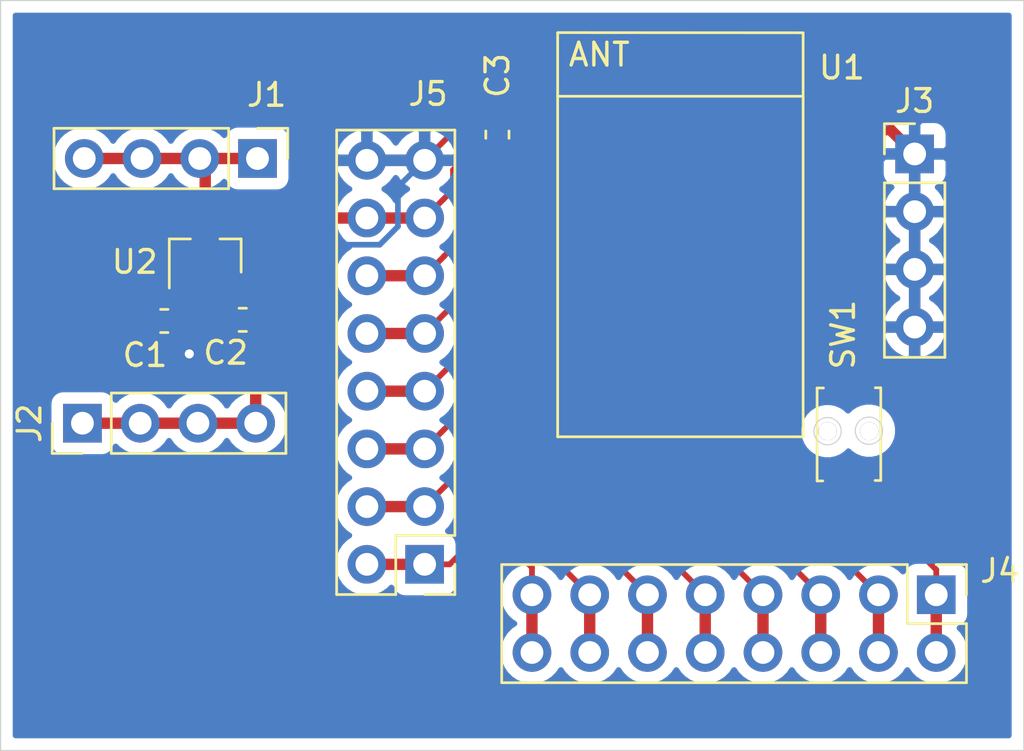
<source format=kicad_pcb>
(kicad_pcb (version 20171130) (host pcbnew "(5.1.5)-3")

  (general
    (thickness 1.6)
    (drawings 6)
    (tracks 145)
    (zones 0)
    (modules 11)
    (nets 19)
  )

  (page A4)
  (layers
    (0 F.Cu signal)
    (31 B.Cu signal)
    (32 B.Adhes user)
    (33 F.Adhes user)
    (34 B.Paste user)
    (35 F.Paste user)
    (36 B.SilkS user)
    (37 F.SilkS user)
    (38 B.Mask user)
    (39 F.Mask user)
    (40 Dwgs.User user)
    (41 Cmts.User user)
    (42 Eco1.User user)
    (43 Eco2.User user)
    (44 Edge.Cuts user)
    (45 Margin user)
    (46 B.CrtYd user)
    (47 F.CrtYd user)
    (48 B.Fab user hide)
    (49 F.Fab user hide)
  )

  (setup
    (last_trace_width 0.25)
    (trace_clearance 0.2)
    (zone_clearance 0.508)
    (zone_45_only no)
    (trace_min 0.2)
    (via_size 0.8)
    (via_drill 0.4)
    (via_min_size 0.4)
    (via_min_drill 0.3)
    (uvia_size 0.3)
    (uvia_drill 0.1)
    (uvias_allowed no)
    (uvia_min_size 0.2)
    (uvia_min_drill 0.1)
    (edge_width 0.05)
    (segment_width 0.2)
    (pcb_text_width 0.3)
    (pcb_text_size 1.5 1.5)
    (mod_edge_width 0.12)
    (mod_text_size 1 1)
    (mod_text_width 0.15)
    (pad_size 1.524 1.524)
    (pad_drill 0.762)
    (pad_to_mask_clearance 0.051)
    (solder_mask_min_width 0.25)
    (aux_axis_origin 0 0)
    (visible_elements 7FFFFFFF)
    (pcbplotparams
      (layerselection 0x010fc_ffffffff)
      (usegerberextensions false)
      (usegerberattributes false)
      (usegerberadvancedattributes false)
      (creategerberjobfile false)
      (excludeedgelayer true)
      (linewidth 0.100000)
      (plotframeref false)
      (viasonmask false)
      (mode 1)
      (useauxorigin false)
      (hpglpennumber 1)
      (hpglpenspeed 20)
      (hpglpendiameter 15.000000)
      (psnegative false)
      (psa4output false)
      (plotreference true)
      (plotvalue true)
      (plotinvisibletext false)
      (padsonsilk false)
      (subtractmaskfromsilk false)
      (outputformat 1)
      (mirror false)
      (drillshape 0)
      (scaleselection 1)
      (outputdirectory "Gerber/"))
  )

  (net 0 "")
  (net 1 5V)
  (net 2 GND)
  (net 3 3V3)
  (net 4 nRESET)
  (net 5 /P3_2)
  (net 6 /P0_7)
  (net 7 UART_TX)
  (net 8 UART_RX)
  (net 9 /P1_7)
  (net 10 /P1_6)
  (net 11 /P1_5)
  (net 12 /P0_0)
  (net 13 EN)
  (net 14 /P0_2)
  (net 15 /P0_3)
  (net 16 /P0_4)
  (net 17 /P1_4)
  (net 18 "Net-(U1-Pad19)")

  (net_class Default "This is the default net class."
    (clearance 0.2)
    (trace_width 0.25)
    (via_dia 0.8)
    (via_drill 0.4)
    (uvia_dia 0.3)
    (uvia_drill 0.1)
    (add_net /P0_0)
    (add_net /P0_2)
    (add_net /P0_3)
    (add_net /P0_4)
    (add_net /P0_7)
    (add_net /P1_4)
    (add_net /P1_5)
    (add_net /P1_6)
    (add_net /P1_7)
    (add_net /P3_2)
    (add_net 3V3)
    (add_net 5V)
    (add_net EN)
    (add_net GND)
    (add_net "Net-(U1-Pad19)")
    (add_net UART_RX)
    (add_net UART_TX)
    (add_net nRESET)
  )

  (module Capacitor_SMD:C_0603_1608Metric (layer F.Cu) (tedit 5B301BBE) (tstamp 5FF249FC)
    (at 105.2 75.6)
    (descr "Capacitor SMD 0603 (1608 Metric), square (rectangular) end terminal, IPC_7351 nominal, (Body size source: http://www.tortai-tech.com/upload/download/2011102023233369053.pdf), generated with kicad-footprint-generator")
    (tags capacitor)
    (path /5FF29866)
    (attr smd)
    (fp_text reference C1 (at -0.85 1.5) (layer F.SilkS)
      (effects (font (size 1 1) (thickness 0.15)))
    )
    (fp_text value 10uF (at 0 1.43) (layer F.Fab)
      (effects (font (size 1 1) (thickness 0.15)))
    )
    (fp_line (start -0.8 0.4) (end -0.8 -0.4) (layer F.Fab) (width 0.1))
    (fp_line (start -0.8 -0.4) (end 0.8 -0.4) (layer F.Fab) (width 0.1))
    (fp_line (start 0.8 -0.4) (end 0.8 0.4) (layer F.Fab) (width 0.1))
    (fp_line (start 0.8 0.4) (end -0.8 0.4) (layer F.Fab) (width 0.1))
    (fp_line (start -0.162779 -0.51) (end 0.162779 -0.51) (layer F.SilkS) (width 0.12))
    (fp_line (start -0.162779 0.51) (end 0.162779 0.51) (layer F.SilkS) (width 0.12))
    (fp_line (start -1.48 0.73) (end -1.48 -0.73) (layer F.CrtYd) (width 0.05))
    (fp_line (start -1.48 -0.73) (end 1.48 -0.73) (layer F.CrtYd) (width 0.05))
    (fp_line (start 1.48 -0.73) (end 1.48 0.73) (layer F.CrtYd) (width 0.05))
    (fp_line (start 1.48 0.73) (end -1.48 0.73) (layer F.CrtYd) (width 0.05))
    (fp_text user %R (at 0 0) (layer F.Fab)
      (effects (font (size 0.4 0.4) (thickness 0.06)))
    )
    (pad 1 smd roundrect (at -0.7875 0) (size 0.875 0.95) (layers F.Cu F.Paste F.Mask) (roundrect_rratio 0.25)
      (net 1 5V))
    (pad 2 smd roundrect (at 0.7875 0) (size 0.875 0.95) (layers F.Cu F.Paste F.Mask) (roundrect_rratio 0.25)
      (net 2 GND))
    (model ${KISYS3DMOD}/Capacitor_SMD.3dshapes/C_0603_1608Metric.wrl
      (at (xyz 0 0 0))
      (scale (xyz 1 1 1))
      (rotate (xyz 0 0 0))
    )
  )

  (module Capacitor_SMD:C_0603_1608Metric (layer F.Cu) (tedit 5B301BBE) (tstamp 5FF24A0D)
    (at 108.65 75.55 180)
    (descr "Capacitor SMD 0603 (1608 Metric), square (rectangular) end terminal, IPC_7351 nominal, (Body size source: http://www.tortai-tech.com/upload/download/2011102023233369053.pdf), generated with kicad-footprint-generator")
    (tags capacitor)
    (path /5FF2A19D)
    (attr smd)
    (fp_text reference C2 (at 0.75 -1.45) (layer F.SilkS)
      (effects (font (size 1 1) (thickness 0.15)))
    )
    (fp_text value 10uF (at 0 1.43) (layer F.Fab)
      (effects (font (size 1 1) (thickness 0.15)))
    )
    (fp_text user %R (at 0 0) (layer F.Fab)
      (effects (font (size 0.4 0.4) (thickness 0.06)))
    )
    (fp_line (start 1.48 0.73) (end -1.48 0.73) (layer F.CrtYd) (width 0.05))
    (fp_line (start 1.48 -0.73) (end 1.48 0.73) (layer F.CrtYd) (width 0.05))
    (fp_line (start -1.48 -0.73) (end 1.48 -0.73) (layer F.CrtYd) (width 0.05))
    (fp_line (start -1.48 0.73) (end -1.48 -0.73) (layer F.CrtYd) (width 0.05))
    (fp_line (start -0.162779 0.51) (end 0.162779 0.51) (layer F.SilkS) (width 0.12))
    (fp_line (start -0.162779 -0.51) (end 0.162779 -0.51) (layer F.SilkS) (width 0.12))
    (fp_line (start 0.8 0.4) (end -0.8 0.4) (layer F.Fab) (width 0.1))
    (fp_line (start 0.8 -0.4) (end 0.8 0.4) (layer F.Fab) (width 0.1))
    (fp_line (start -0.8 -0.4) (end 0.8 -0.4) (layer F.Fab) (width 0.1))
    (fp_line (start -0.8 0.4) (end -0.8 -0.4) (layer F.Fab) (width 0.1))
    (pad 2 smd roundrect (at 0.7875 0 180) (size 0.875 0.95) (layers F.Cu F.Paste F.Mask) (roundrect_rratio 0.25)
      (net 2 GND))
    (pad 1 smd roundrect (at -0.7875 0 180) (size 0.875 0.95) (layers F.Cu F.Paste F.Mask) (roundrect_rratio 0.25)
      (net 3 3V3))
    (model ${KISYS3DMOD}/Capacitor_SMD.3dshapes/C_0603_1608Metric.wrl
      (at (xyz 0 0 0))
      (scale (xyz 1 1 1))
      (rotate (xyz 0 0 0))
    )
  )

  (module Capacitor_SMD:C_0603_1608Metric (layer F.Cu) (tedit 5B301BBE) (tstamp 5FF24A1E)
    (at 119.85 67.4 90)
    (descr "Capacitor SMD 0603 (1608 Metric), square (rectangular) end terminal, IPC_7351 nominal, (Body size source: http://www.tortai-tech.com/upload/download/2011102023233369053.pdf), generated with kicad-footprint-generator")
    (tags capacitor)
    (path /5FF4754D)
    (attr smd)
    (fp_text reference C3 (at 2.6 0 90) (layer F.SilkS)
      (effects (font (size 1 1) (thickness 0.15)))
    )
    (fp_text value C_Small (at 0 1.43 90) (layer F.Fab)
      (effects (font (size 1 1) (thickness 0.15)))
    )
    (fp_line (start -0.8 0.4) (end -0.8 -0.4) (layer F.Fab) (width 0.1))
    (fp_line (start -0.8 -0.4) (end 0.8 -0.4) (layer F.Fab) (width 0.1))
    (fp_line (start 0.8 -0.4) (end 0.8 0.4) (layer F.Fab) (width 0.1))
    (fp_line (start 0.8 0.4) (end -0.8 0.4) (layer F.Fab) (width 0.1))
    (fp_line (start -0.162779 -0.51) (end 0.162779 -0.51) (layer F.SilkS) (width 0.12))
    (fp_line (start -0.162779 0.51) (end 0.162779 0.51) (layer F.SilkS) (width 0.12))
    (fp_line (start -1.48 0.73) (end -1.48 -0.73) (layer F.CrtYd) (width 0.05))
    (fp_line (start -1.48 -0.73) (end 1.48 -0.73) (layer F.CrtYd) (width 0.05))
    (fp_line (start 1.48 -0.73) (end 1.48 0.73) (layer F.CrtYd) (width 0.05))
    (fp_line (start 1.48 0.73) (end -1.48 0.73) (layer F.CrtYd) (width 0.05))
    (fp_text user %R (at 0 0 90) (layer F.Fab)
      (effects (font (size 0.4 0.4) (thickness 0.06)))
    )
    (pad 1 smd roundrect (at -0.7875 0 90) (size 0.875 0.95) (layers F.Cu F.Paste F.Mask) (roundrect_rratio 0.25)
      (net 3 3V3))
    (pad 2 smd roundrect (at 0.7875 0 90) (size 0.875 0.95) (layers F.Cu F.Paste F.Mask) (roundrect_rratio 0.25)
      (net 2 GND))
    (model ${KISYS3DMOD}/Capacitor_SMD.3dshapes/C_0603_1608Metric.wrl
      (at (xyz 0 0 0))
      (scale (xyz 1 1 1))
      (rotate (xyz 0 0 0))
    )
  )

  (module Connector_PinHeader_2.54mm:PinHeader_1x04_P2.54mm_Vertical (layer F.Cu) (tedit 59FED5CC) (tstamp 5FF24A36)
    (at 109.3 68.45 270)
    (descr "Through hole straight pin header, 1x04, 2.54mm pitch, single row")
    (tags "Through hole pin header THT 1x04 2.54mm single row")
    (path /5FF2BBB4)
    (fp_text reference J1 (at -2.8 -0.4 180) (layer F.SilkS)
      (effects (font (size 1 1) (thickness 0.15)))
    )
    (fp_text value Conn_01x04 (at 0 9.95 90) (layer F.Fab)
      (effects (font (size 1 1) (thickness 0.15)))
    )
    (fp_line (start -0.635 -1.27) (end 1.27 -1.27) (layer F.Fab) (width 0.1))
    (fp_line (start 1.27 -1.27) (end 1.27 8.89) (layer F.Fab) (width 0.1))
    (fp_line (start 1.27 8.89) (end -1.27 8.89) (layer F.Fab) (width 0.1))
    (fp_line (start -1.27 8.89) (end -1.27 -0.635) (layer F.Fab) (width 0.1))
    (fp_line (start -1.27 -0.635) (end -0.635 -1.27) (layer F.Fab) (width 0.1))
    (fp_line (start -1.33 8.95) (end 1.33 8.95) (layer F.SilkS) (width 0.12))
    (fp_line (start -1.33 1.27) (end -1.33 8.95) (layer F.SilkS) (width 0.12))
    (fp_line (start 1.33 1.27) (end 1.33 8.95) (layer F.SilkS) (width 0.12))
    (fp_line (start -1.33 1.27) (end 1.33 1.27) (layer F.SilkS) (width 0.12))
    (fp_line (start -1.33 0) (end -1.33 -1.33) (layer F.SilkS) (width 0.12))
    (fp_line (start -1.33 -1.33) (end 0 -1.33) (layer F.SilkS) (width 0.12))
    (fp_line (start -1.8 -1.8) (end -1.8 9.4) (layer F.CrtYd) (width 0.05))
    (fp_line (start -1.8 9.4) (end 1.8 9.4) (layer F.CrtYd) (width 0.05))
    (fp_line (start 1.8 9.4) (end 1.8 -1.8) (layer F.CrtYd) (width 0.05))
    (fp_line (start 1.8 -1.8) (end -1.8 -1.8) (layer F.CrtYd) (width 0.05))
    (fp_text user %R (at 0 3.81) (layer F.Fab)
      (effects (font (size 1 1) (thickness 0.15)))
    )
    (pad 1 thru_hole rect (at 0 0 270) (size 1.7 1.7) (drill 1) (layers *.Cu *.Mask)
      (net 1 5V))
    (pad 2 thru_hole oval (at 0 2.54 270) (size 1.7 1.7) (drill 1) (layers *.Cu *.Mask)
      (net 1 5V))
    (pad 3 thru_hole oval (at 0 5.08 270) (size 1.7 1.7) (drill 1) (layers *.Cu *.Mask)
      (net 1 5V))
    (pad 4 thru_hole oval (at 0 7.62 270) (size 1.7 1.7) (drill 1) (layers *.Cu *.Mask)
      (net 1 5V))
    (model ${KISYS3DMOD}/Connector_PinHeader_2.54mm.3dshapes/PinHeader_1x04_P2.54mm_Vertical.wrl
      (at (xyz 0 0 0))
      (scale (xyz 1 1 1))
      (rotate (xyz 0 0 0))
    )
  )

  (module Connector_PinHeader_2.54mm:PinHeader_1x04_P2.54mm_Vertical (layer F.Cu) (tedit 59FED5CC) (tstamp 5FF24A4E)
    (at 101.6 80.1 90)
    (descr "Through hole straight pin header, 1x04, 2.54mm pitch, single row")
    (tags "Through hole pin header THT 1x04 2.54mm single row")
    (path /5FF2E1B3)
    (fp_text reference J2 (at 0 -2.33 90) (layer F.SilkS)
      (effects (font (size 1 1) (thickness 0.15)))
    )
    (fp_text value Conn_01x04 (at 0 9.95 90) (layer F.Fab)
      (effects (font (size 1 1) (thickness 0.15)))
    )
    (fp_text user %R (at 0 3.81) (layer F.Fab)
      (effects (font (size 1 1) (thickness 0.15)))
    )
    (fp_line (start 1.8 -1.8) (end -1.8 -1.8) (layer F.CrtYd) (width 0.05))
    (fp_line (start 1.8 9.4) (end 1.8 -1.8) (layer F.CrtYd) (width 0.05))
    (fp_line (start -1.8 9.4) (end 1.8 9.4) (layer F.CrtYd) (width 0.05))
    (fp_line (start -1.8 -1.8) (end -1.8 9.4) (layer F.CrtYd) (width 0.05))
    (fp_line (start -1.33 -1.33) (end 0 -1.33) (layer F.SilkS) (width 0.12))
    (fp_line (start -1.33 0) (end -1.33 -1.33) (layer F.SilkS) (width 0.12))
    (fp_line (start -1.33 1.27) (end 1.33 1.27) (layer F.SilkS) (width 0.12))
    (fp_line (start 1.33 1.27) (end 1.33 8.95) (layer F.SilkS) (width 0.12))
    (fp_line (start -1.33 1.27) (end -1.33 8.95) (layer F.SilkS) (width 0.12))
    (fp_line (start -1.33 8.95) (end 1.33 8.95) (layer F.SilkS) (width 0.12))
    (fp_line (start -1.27 -0.635) (end -0.635 -1.27) (layer F.Fab) (width 0.1))
    (fp_line (start -1.27 8.89) (end -1.27 -0.635) (layer F.Fab) (width 0.1))
    (fp_line (start 1.27 8.89) (end -1.27 8.89) (layer F.Fab) (width 0.1))
    (fp_line (start 1.27 -1.27) (end 1.27 8.89) (layer F.Fab) (width 0.1))
    (fp_line (start -0.635 -1.27) (end 1.27 -1.27) (layer F.Fab) (width 0.1))
    (pad 4 thru_hole oval (at 0 7.62 90) (size 1.7 1.7) (drill 1) (layers *.Cu *.Mask)
      (net 3 3V3))
    (pad 3 thru_hole oval (at 0 5.08 90) (size 1.7 1.7) (drill 1) (layers *.Cu *.Mask)
      (net 3 3V3))
    (pad 2 thru_hole oval (at 0 2.54 90) (size 1.7 1.7) (drill 1) (layers *.Cu *.Mask)
      (net 3 3V3))
    (pad 1 thru_hole rect (at 0 0 90) (size 1.7 1.7) (drill 1) (layers *.Cu *.Mask)
      (net 3 3V3))
    (model ${KISYS3DMOD}/Connector_PinHeader_2.54mm.3dshapes/PinHeader_1x04_P2.54mm_Vertical.wrl
      (at (xyz 0 0 0))
      (scale (xyz 1 1 1))
      (rotate (xyz 0 0 0))
    )
  )

  (module Connector_PinHeader_2.54mm:PinHeader_1x04_P2.54mm_Vertical (layer F.Cu) (tedit 59FED5CC) (tstamp 5FF24A66)
    (at 138.2 68.25)
    (descr "Through hole straight pin header, 1x04, 2.54mm pitch, single row")
    (tags "Through hole pin header THT 1x04 2.54mm single row")
    (path /5FF303C0)
    (fp_text reference J3 (at 0 -2.33) (layer F.SilkS)
      (effects (font (size 1 1) (thickness 0.15)))
    )
    (fp_text value Conn_01x04 (at 0 9.95) (layer F.Fab)
      (effects (font (size 1 1) (thickness 0.15)))
    )
    (fp_line (start -0.635 -1.27) (end 1.27 -1.27) (layer F.Fab) (width 0.1))
    (fp_line (start 1.27 -1.27) (end 1.27 8.89) (layer F.Fab) (width 0.1))
    (fp_line (start 1.27 8.89) (end -1.27 8.89) (layer F.Fab) (width 0.1))
    (fp_line (start -1.27 8.89) (end -1.27 -0.635) (layer F.Fab) (width 0.1))
    (fp_line (start -1.27 -0.635) (end -0.635 -1.27) (layer F.Fab) (width 0.1))
    (fp_line (start -1.33 8.95) (end 1.33 8.95) (layer F.SilkS) (width 0.12))
    (fp_line (start -1.33 1.27) (end -1.33 8.95) (layer F.SilkS) (width 0.12))
    (fp_line (start 1.33 1.27) (end 1.33 8.95) (layer F.SilkS) (width 0.12))
    (fp_line (start -1.33 1.27) (end 1.33 1.27) (layer F.SilkS) (width 0.12))
    (fp_line (start -1.33 0) (end -1.33 -1.33) (layer F.SilkS) (width 0.12))
    (fp_line (start -1.33 -1.33) (end 0 -1.33) (layer F.SilkS) (width 0.12))
    (fp_line (start -1.8 -1.8) (end -1.8 9.4) (layer F.CrtYd) (width 0.05))
    (fp_line (start -1.8 9.4) (end 1.8 9.4) (layer F.CrtYd) (width 0.05))
    (fp_line (start 1.8 9.4) (end 1.8 -1.8) (layer F.CrtYd) (width 0.05))
    (fp_line (start 1.8 -1.8) (end -1.8 -1.8) (layer F.CrtYd) (width 0.05))
    (fp_text user %R (at 0 3.81 90) (layer F.Fab)
      (effects (font (size 1 1) (thickness 0.15)))
    )
    (pad 1 thru_hole rect (at 0 0) (size 1.7 1.7) (drill 1) (layers *.Cu *.Mask)
      (net 2 GND))
    (pad 2 thru_hole oval (at 0 2.54) (size 1.7 1.7) (drill 1) (layers *.Cu *.Mask)
      (net 2 GND))
    (pad 3 thru_hole oval (at 0 5.08) (size 1.7 1.7) (drill 1) (layers *.Cu *.Mask)
      (net 2 GND))
    (pad 4 thru_hole oval (at 0 7.62) (size 1.7 1.7) (drill 1) (layers *.Cu *.Mask)
      (net 2 GND))
    (model ${KISYS3DMOD}/Connector_PinHeader_2.54mm.3dshapes/PinHeader_1x04_P2.54mm_Vertical.wrl
      (at (xyz 0 0 0))
      (scale (xyz 1 1 1))
      (rotate (xyz 0 0 0))
    )
  )

  (module Connector_PinHeader_2.54mm:PinHeader_2x08_P2.54mm_Vertical (layer F.Cu) (tedit 59FED5CC) (tstamp 5FF24A8C)
    (at 139.15 87.65 270)
    (descr "Through hole straight pin header, 2x08, 2.54mm pitch, double rows")
    (tags "Through hole pin header THT 2x08 2.54mm double row")
    (path /5FFB5971)
    (fp_text reference J4 (at -1.05 -2.8 180) (layer F.SilkS)
      (effects (font (size 1 1) (thickness 0.15)))
    )
    (fp_text value Conn_02x08_Odd_Even (at 1.27 20.11 90) (layer F.Fab)
      (effects (font (size 1 1) (thickness 0.15)))
    )
    (fp_line (start 0 -1.27) (end 3.81 -1.27) (layer F.Fab) (width 0.1))
    (fp_line (start 3.81 -1.27) (end 3.81 19.05) (layer F.Fab) (width 0.1))
    (fp_line (start 3.81 19.05) (end -1.27 19.05) (layer F.Fab) (width 0.1))
    (fp_line (start -1.27 19.05) (end -1.27 0) (layer F.Fab) (width 0.1))
    (fp_line (start -1.27 0) (end 0 -1.27) (layer F.Fab) (width 0.1))
    (fp_line (start -1.33 19.11) (end 3.87 19.11) (layer F.SilkS) (width 0.12))
    (fp_line (start -1.33 1.27) (end -1.33 19.11) (layer F.SilkS) (width 0.12))
    (fp_line (start 3.87 -1.33) (end 3.87 19.11) (layer F.SilkS) (width 0.12))
    (fp_line (start -1.33 1.27) (end 1.27 1.27) (layer F.SilkS) (width 0.12))
    (fp_line (start 1.27 1.27) (end 1.27 -1.33) (layer F.SilkS) (width 0.12))
    (fp_line (start 1.27 -1.33) (end 3.87 -1.33) (layer F.SilkS) (width 0.12))
    (fp_line (start -1.33 0) (end -1.33 -1.33) (layer F.SilkS) (width 0.12))
    (fp_line (start -1.33 -1.33) (end 0 -1.33) (layer F.SilkS) (width 0.12))
    (fp_line (start -1.8 -1.8) (end -1.8 19.55) (layer F.CrtYd) (width 0.05))
    (fp_line (start -1.8 19.55) (end 4.35 19.55) (layer F.CrtYd) (width 0.05))
    (fp_line (start 4.35 19.55) (end 4.35 -1.8) (layer F.CrtYd) (width 0.05))
    (fp_line (start 4.35 -1.8) (end -1.8 -1.8) (layer F.CrtYd) (width 0.05))
    (fp_text user %R (at 1.27 8.89) (layer F.Fab)
      (effects (font (size 1 1) (thickness 0.15)))
    )
    (pad 1 thru_hole rect (at 0 0 270) (size 1.7 1.7) (drill 1) (layers *.Cu *.Mask)
      (net 4 nRESET))
    (pad 2 thru_hole oval (at 2.54 0 270) (size 1.7 1.7) (drill 1) (layers *.Cu *.Mask)
      (net 4 nRESET))
    (pad 3 thru_hole oval (at 0 2.54 270) (size 1.7 1.7) (drill 1) (layers *.Cu *.Mask)
      (net 6 /P0_7))
    (pad 4 thru_hole oval (at 2.54 2.54 270) (size 1.7 1.7) (drill 1) (layers *.Cu *.Mask)
      (net 6 /P0_7))
    (pad 5 thru_hole oval (at 0 5.08 270) (size 1.7 1.7) (drill 1) (layers *.Cu *.Mask)
      (net 5 /P3_2))
    (pad 6 thru_hole oval (at 2.54 5.08 270) (size 1.7 1.7) (drill 1) (layers *.Cu *.Mask)
      (net 5 /P3_2))
    (pad 7 thru_hole oval (at 0 7.62 270) (size 1.7 1.7) (drill 1) (layers *.Cu *.Mask)
      (net 7 UART_TX))
    (pad 8 thru_hole oval (at 2.54 7.62 270) (size 1.7 1.7) (drill 1) (layers *.Cu *.Mask)
      (net 7 UART_TX))
    (pad 9 thru_hole oval (at 0 10.16 270) (size 1.7 1.7) (drill 1) (layers *.Cu *.Mask)
      (net 8 UART_RX))
    (pad 10 thru_hole oval (at 2.54 10.16 270) (size 1.7 1.7) (drill 1) (layers *.Cu *.Mask)
      (net 8 UART_RX))
    (pad 11 thru_hole oval (at 0 12.7 270) (size 1.7 1.7) (drill 1) (layers *.Cu *.Mask)
      (net 9 /P1_7))
    (pad 12 thru_hole oval (at 2.54 12.7 270) (size 1.7 1.7) (drill 1) (layers *.Cu *.Mask)
      (net 9 /P1_7))
    (pad 13 thru_hole oval (at 0 15.24 270) (size 1.7 1.7) (drill 1) (layers *.Cu *.Mask)
      (net 10 /P1_6))
    (pad 14 thru_hole oval (at 2.54 15.24 270) (size 1.7 1.7) (drill 1) (layers *.Cu *.Mask)
      (net 10 /P1_6))
    (pad 15 thru_hole oval (at 0 17.78 270) (size 1.7 1.7) (drill 1) (layers *.Cu *.Mask)
      (net 11 /P1_5))
    (pad 16 thru_hole oval (at 2.54 17.78 270) (size 1.7 1.7) (drill 1) (layers *.Cu *.Mask)
      (net 11 /P1_5))
    (model ${KISYS3DMOD}/Connector_PinHeader_2.54mm.3dshapes/PinHeader_2x08_P2.54mm_Vertical.wrl
      (at (xyz 0 0 0))
      (scale (xyz 1 1 1))
      (rotate (xyz 0 0 0))
    )
  )

  (module Connector_PinHeader_2.54mm:PinHeader_2x08_P2.54mm_Vertical (layer F.Cu) (tedit 59FED5CC) (tstamp 5FF24AB2)
    (at 116.65 86.31 180)
    (descr "Through hole straight pin header, 2x08, 2.54mm pitch, double rows")
    (tags "Through hole pin header THT 2x08 2.54mm double row")
    (path /5FFB7449)
    (fp_text reference J5 (at -0.15 20.7) (layer F.SilkS)
      (effects (font (size 1 1) (thickness 0.15)))
    )
    (fp_text value Conn_02x08_Odd_Even (at 1.27 20.11) (layer F.Fab)
      (effects (font (size 1 1) (thickness 0.15)))
    )
    (fp_text user %R (at 1.27 8.89 90) (layer F.Fab)
      (effects (font (size 1 1) (thickness 0.15)))
    )
    (fp_line (start 4.35 -1.8) (end -1.8 -1.8) (layer F.CrtYd) (width 0.05))
    (fp_line (start 4.35 19.55) (end 4.35 -1.8) (layer F.CrtYd) (width 0.05))
    (fp_line (start -1.8 19.55) (end 4.35 19.55) (layer F.CrtYd) (width 0.05))
    (fp_line (start -1.8 -1.8) (end -1.8 19.55) (layer F.CrtYd) (width 0.05))
    (fp_line (start -1.33 -1.33) (end 0 -1.33) (layer F.SilkS) (width 0.12))
    (fp_line (start -1.33 0) (end -1.33 -1.33) (layer F.SilkS) (width 0.12))
    (fp_line (start 1.27 -1.33) (end 3.87 -1.33) (layer F.SilkS) (width 0.12))
    (fp_line (start 1.27 1.27) (end 1.27 -1.33) (layer F.SilkS) (width 0.12))
    (fp_line (start -1.33 1.27) (end 1.27 1.27) (layer F.SilkS) (width 0.12))
    (fp_line (start 3.87 -1.33) (end 3.87 19.11) (layer F.SilkS) (width 0.12))
    (fp_line (start -1.33 1.27) (end -1.33 19.11) (layer F.SilkS) (width 0.12))
    (fp_line (start -1.33 19.11) (end 3.87 19.11) (layer F.SilkS) (width 0.12))
    (fp_line (start -1.27 0) (end 0 -1.27) (layer F.Fab) (width 0.1))
    (fp_line (start -1.27 19.05) (end -1.27 0) (layer F.Fab) (width 0.1))
    (fp_line (start 3.81 19.05) (end -1.27 19.05) (layer F.Fab) (width 0.1))
    (fp_line (start 3.81 -1.27) (end 3.81 19.05) (layer F.Fab) (width 0.1))
    (fp_line (start 0 -1.27) (end 3.81 -1.27) (layer F.Fab) (width 0.1))
    (pad 16 thru_hole oval (at 2.54 17.78 180) (size 1.7 1.7) (drill 1) (layers *.Cu *.Mask)
      (net 2 GND))
    (pad 15 thru_hole oval (at 0 17.78 180) (size 1.7 1.7) (drill 1) (layers *.Cu *.Mask)
      (net 2 GND))
    (pad 14 thru_hole oval (at 2.54 15.24 180) (size 1.7 1.7) (drill 1) (layers *.Cu *.Mask)
      (net 3 3V3))
    (pad 13 thru_hole oval (at 0 15.24 180) (size 1.7 1.7) (drill 1) (layers *.Cu *.Mask)
      (net 3 3V3))
    (pad 12 thru_hole oval (at 2.54 12.7 180) (size 1.7 1.7) (drill 1) (layers *.Cu *.Mask)
      (net 12 /P0_0))
    (pad 11 thru_hole oval (at 0 12.7 180) (size 1.7 1.7) (drill 1) (layers *.Cu *.Mask)
      (net 12 /P0_0))
    (pad 10 thru_hole oval (at 2.54 10.16 180) (size 1.7 1.7) (drill 1) (layers *.Cu *.Mask)
      (net 13 EN))
    (pad 9 thru_hole oval (at 0 10.16 180) (size 1.7 1.7) (drill 1) (layers *.Cu *.Mask)
      (net 13 EN))
    (pad 8 thru_hole oval (at 2.54 7.62 180) (size 1.7 1.7) (drill 1) (layers *.Cu *.Mask)
      (net 14 /P0_2))
    (pad 7 thru_hole oval (at 0 7.62 180) (size 1.7 1.7) (drill 1) (layers *.Cu *.Mask)
      (net 14 /P0_2))
    (pad 6 thru_hole oval (at 2.54 5.08 180) (size 1.7 1.7) (drill 1) (layers *.Cu *.Mask)
      (net 15 /P0_3))
    (pad 5 thru_hole oval (at 0 5.08 180) (size 1.7 1.7) (drill 1) (layers *.Cu *.Mask)
      (net 15 /P0_3))
    (pad 4 thru_hole oval (at 2.54 2.54 180) (size 1.7 1.7) (drill 1) (layers *.Cu *.Mask)
      (net 16 /P0_4))
    (pad 3 thru_hole oval (at 0 2.54 180) (size 1.7 1.7) (drill 1) (layers *.Cu *.Mask)
      (net 16 /P0_4))
    (pad 2 thru_hole oval (at 2.54 0 180) (size 1.7 1.7) (drill 1) (layers *.Cu *.Mask)
      (net 17 /P1_4))
    (pad 1 thru_hole rect (at 0 0 180) (size 1.7 1.7) (drill 1) (layers *.Cu *.Mask)
      (net 17 /P1_4))
    (model ${KISYS3DMOD}/Connector_PinHeader_2.54mm.3dshapes/PinHeader_2x08_P2.54mm_Vertical.wrl
      (at (xyz 0 0 0))
      (scale (xyz 1 1 1))
      (rotate (xyz 0 0 0))
    )
  )

  (module Jintay_Footprint:1185-TCSW (layer F.Cu) (tedit 5F0A6B09) (tstamp 5FF24AC2)
    (at 135.45 80.45 270)
    (path /5FF6E553)
    (fp_text reference SW1 (at -4.25 0.4 90) (layer F.SilkS)
      (effects (font (size 1 1) (thickness 0.15)))
    )
    (fp_text value SW_Push (at -0.01 3.58 90) (layer F.Fab)
      (effects (font (size 1 1) (thickness 0.15)))
    )
    (fp_line (start -1.91 -1.02) (end -1.91 -1.26) (layer F.SilkS) (width 0.12))
    (fp_line (start -1.91 -1.26) (end 2.04 -1.26) (layer F.SilkS) (width 0.12))
    (fp_line (start -1.9 1.54) (end -1.9 1.26) (layer F.SilkS) (width 0.12))
    (fp_line (start 2.05 1.54) (end -1.9 1.54) (layer F.SilkS) (width 0.12))
    (fp_line (start 2.17 -1.01) (end 2.17 -1.26) (layer F.SilkS) (width 0.12))
    (fp_line (start 2.17 -1.26) (end 2.05 -1.26) (layer F.SilkS) (width 0.12))
    (fp_line (start 2.19 1.29) (end 2.19 1.54) (layer F.SilkS) (width 0.12))
    (fp_line (start 2.19 1.54) (end 2.06 1.54) (layer F.SilkS) (width 0.12))
    (pad 1 smd rect (at -1.93 0.08 270) (size 1.3 2) (layers F.Cu F.Paste F.Mask)
      (net 2 GND))
    (pad 2 smd rect (at 2.17 0.08 270) (size 1.3 2) (layers F.Cu F.Paste F.Mask)
      (net 4 nRESET))
    (pad 0 thru_hole circle (at 0 -0.75 270) (size 0.8 0.8) (drill 0.8) (layers *.Cu *.Mask))
    (pad 0 thru_hole circle (at 0 1.074 270) (size 0.8 0.8) (drill 0.8) (layers *.Cu *.Mask))
  )

  (module Module:SMD810X (layer F.Cu) (tedit 5FA39621) (tstamp 5FF24AE9)
    (at 122.5 66.6 180)
    (path /5FF1F056)
    (fp_text reference U1 (at -12.5 2.15) (layer F.SilkS)
      (effects (font (size 1 1) (thickness 0.15)))
    )
    (fp_text value SMD810X_S0X (at -5.35 5.06) (layer F.Fab)
      (effects (font (size 1 1) (thickness 0.15)))
    )
    (fp_line (start -11.04 -14.351) (end 0.26 -14.351) (layer F.CrtYd) (width 0.05))
    (fp_line (start -11.05 3.923) (end -11.04 -14.351) (layer F.CrtYd) (width 0.05))
    (fp_line (start 0.26 3.933) (end -11.05 3.923) (layer F.CrtYd) (width 0.05))
    (fp_line (start 0.26 -14.351) (end 0.26 3.933) (layer F.CrtYd) (width 0.05))
    (fp_line (start -10.795 3.683) (end 0 3.683) (layer F.Fab) (width 0.1))
    (fp_line (start -10.795 -14.093) (end -10.795 3.683) (layer F.Fab) (width 0.1))
    (fp_line (start 0 -14.093) (end -10.795 -14.093) (layer F.Fab) (width 0.1))
    (fp_line (start 0 3.683) (end 0 -14.093) (layer F.Fab) (width 0.1))
    (fp_text user ANT (at -1.83 2.72) (layer F.SilkS)
      (effects (font (size 1 1) (thickness 0.15)))
    )
    (fp_line (start 0 0.889) (end -10.795 0.889) (layer F.SilkS) (width 0.12))
    (fp_line (start 0 3.69) (end -10.795 3.683) (layer F.SilkS) (width 0.12))
    (fp_line (start -10.795 -10.541) (end -10.795 -14.097) (layer F.SilkS) (width 0.12))
    (fp_line (start -10.795 3.683) (end -10.795 -10.541) (layer F.SilkS) (width 0.12))
    (fp_line (start -10.795 -14.097) (end 0 -14.097) (layer F.SilkS) (width 0.12))
    (fp_line (start 0 3.683) (end 0 -14.097) (layer F.SilkS) (width 0.12))
    (pad 20 smd rect (at -10.795 -3.1242 180) (size 1.4 1) (layers F.Cu F.Paste F.Mask)
      (net 2 GND))
    (pad 19 smd rect (at -10.795 -1.8542 180) (size 1.4 1) (layers F.Cu F.Paste F.Mask)
      (net 18 "Net-(U1-Pad19)"))
    (pad 18 smd rect (at -10.795 -0.5842 180) (size 1.4 1) (layers F.Cu F.Paste F.Mask)
      (net 2 GND))
    (pad 17 smd rect (at -8.128 -14.093 270) (size 1.4 1) (layers F.Cu F.Paste F.Mask)
      (net 2 GND))
    (pad 16 smd rect (at -6.858 -14.093 270) (size 1.4 1) (layers F.Cu F.Paste F.Mask)
      (net 4 nRESET))
    (pad 15 smd rect (at -5.588 -14.093 270) (size 1.4 1) (layers F.Cu F.Paste F.Mask)
      (net 6 /P0_7))
    (pad 14 smd rect (at -4.318 -14.093 270) (size 1.4 1) (layers F.Cu F.Paste F.Mask)
      (net 5 /P3_2))
    (pad 13 smd rect (at -3.048 -14.093 270) (size 1.4 1) (layers F.Cu F.Paste F.Mask)
      (net 7 UART_TX))
    (pad 12 smd rect (at -1.778 -14.093 270) (size 1.4 1) (layers F.Cu F.Paste F.Mask)
      (net 8 UART_RX))
    (pad 11 smd rect (at 0 -12.7 180) (size 1.4 1) (layers F.Cu F.Paste F.Mask)
      (net 9 /P1_7))
    (pad 10 smd rect (at 0 -11.43 180) (size 1.4 1) (layers F.Cu F.Paste F.Mask)
      (net 10 /P1_6))
    (pad 9 smd rect (at 0 -10.16 180) (size 1.4 1) (layers F.Cu F.Paste F.Mask)
      (net 11 /P1_5))
    (pad 8 smd rect (at 0 -8.89 180) (size 1.4 1) (layers F.Cu F.Paste F.Mask)
      (net 17 /P1_4))
    (pad 7 smd rect (at 0 -7.62 180) (size 1.4 1) (layers F.Cu F.Paste F.Mask)
      (net 16 /P0_4))
    (pad 6 smd rect (at 0 -6.35 180) (size 1.4 1) (layers F.Cu F.Paste F.Mask)
      (net 15 /P0_3))
    (pad 5 smd rect (at 0 -5.08 180) (size 1.4 1) (layers F.Cu F.Paste F.Mask)
      (net 14 /P0_2))
    (pad 4 smd rect (at 0 -3.81 180) (size 1.4 1) (layers F.Cu F.Paste F.Mask)
      (net 13 EN))
    (pad 3 smd rect (at 0 -2.54 180) (size 1.4 1) (layers F.Cu F.Paste F.Mask)
      (net 12 /P0_0))
    (pad 2 smd rect (at 0 -1.27 180) (size 1.4 1) (layers F.Cu F.Paste F.Mask)
      (net 3 3V3))
    (pad 1 smd rect (at 0 0 180) (size 1.4 1) (layers F.Cu F.Paste F.Mask)
      (net 2 GND))
  )

  (module Package_TO_SOT_SMD:SOT-23 (layer F.Cu) (tedit 5A02FF57) (tstamp 5FF24AFE)
    (at 107 72.75 90)
    (descr "SOT-23, Standard")
    (tags SOT-23)
    (path /5FF28D7D)
    (attr smd)
    (fp_text reference U2 (at -0.25 -3.1 180) (layer F.SilkS)
      (effects (font (size 1 1) (thickness 0.15)))
    )
    (fp_text value EC6209-3V3 (at 0 2.5 90) (layer F.Fab)
      (effects (font (size 1 1) (thickness 0.15)))
    )
    (fp_text user %R (at 0 0) (layer F.Fab)
      (effects (font (size 0.5 0.5) (thickness 0.075)))
    )
    (fp_line (start -0.7 -0.95) (end -0.7 1.5) (layer F.Fab) (width 0.1))
    (fp_line (start -0.15 -1.52) (end 0.7 -1.52) (layer F.Fab) (width 0.1))
    (fp_line (start -0.7 -0.95) (end -0.15 -1.52) (layer F.Fab) (width 0.1))
    (fp_line (start 0.7 -1.52) (end 0.7 1.52) (layer F.Fab) (width 0.1))
    (fp_line (start -0.7 1.52) (end 0.7 1.52) (layer F.Fab) (width 0.1))
    (fp_line (start 0.76 1.58) (end 0.76 0.65) (layer F.SilkS) (width 0.12))
    (fp_line (start 0.76 -1.58) (end 0.76 -0.65) (layer F.SilkS) (width 0.12))
    (fp_line (start -1.7 -1.75) (end 1.7 -1.75) (layer F.CrtYd) (width 0.05))
    (fp_line (start 1.7 -1.75) (end 1.7 1.75) (layer F.CrtYd) (width 0.05))
    (fp_line (start 1.7 1.75) (end -1.7 1.75) (layer F.CrtYd) (width 0.05))
    (fp_line (start -1.7 1.75) (end -1.7 -1.75) (layer F.CrtYd) (width 0.05))
    (fp_line (start 0.76 -1.58) (end -1.4 -1.58) (layer F.SilkS) (width 0.12))
    (fp_line (start 0.76 1.58) (end -0.7 1.58) (layer F.SilkS) (width 0.12))
    (pad 1 smd rect (at -1 -0.95 90) (size 0.9 0.8) (layers F.Cu F.Paste F.Mask)
      (net 2 GND))
    (pad 2 smd rect (at -1 0.95 90) (size 0.9 0.8) (layers F.Cu F.Paste F.Mask)
      (net 3 3V3))
    (pad 3 smd rect (at 1 0 90) (size 0.9 0.8) (layers F.Cu F.Paste F.Mask)
      (net 1 5V))
    (model ${KISYS3DMOD}/Package_TO_SOT_SMD.3dshapes/SOT-23.wrl
      (at (xyz 0 0 0))
      (scale (xyz 1 1 1))
      (rotate (xyz 0 0 0))
    )
  )

  (gr_circle (center 136.19 80.43) (end 136.79 80.43) (layer Edge.Cuts) (width 0.05))
  (gr_circle (center 134.37 80.45) (end 134.97 80.45) (layer Edge.Cuts) (width 0.05))
  (gr_line (start 98 61.5) (end 98 94.5) (layer Edge.Cuts) (width 0.05))
  (gr_line (start 143 94.5) (end 98 94.5) (layer Edge.Cuts) (width 0.05))
  (gr_line (start 143 61.5) (end 143 94.5) (layer Edge.Cuts) (width 0.05))
  (gr_line (start 98 61.5) (end 143 61.5) (layer Edge.Cuts) (width 0.05))

  (segment (start 101.68 68.45) (end 104.22 68.45) (width 0.5) (layer F.Cu) (net 1))
  (segment (start 104.22 68.45) (end 106.76 68.45) (width 0.5) (layer F.Cu) (net 1))
  (segment (start 106.76 68.45) (end 109.3 68.45) (width 0.5) (layer F.Cu) (net 1))
  (segment (start 107 68.69) (end 106.76 68.45) (width 0.5) (layer F.Cu) (net 1))
  (segment (start 107 71.75) (end 107 68.69) (width 0.5) (layer F.Cu) (net 1))
  (segment (start 107 71.75) (end 105.65 71.75) (width 0.5) (layer F.Cu) (net 1))
  (segment (start 104.4125 72.9875) (end 104.4125 75.6) (width 0.5) (layer F.Cu) (net 1))
  (segment (start 105.65 71.75) (end 104.4125 72.9875) (width 0.5) (layer F.Cu) (net 1))
  (segment (start 105.9875 73.8125) (end 106.05 73.75) (width 0.5) (layer F.Cu) (net 2))
  (segment (start 105.9875 75.6) (end 105.9875 73.8125) (width 0.5) (layer F.Cu) (net 2))
  (segment (start 106.0375 75.55) (end 105.9875 75.6) (width 0.5) (layer F.Cu) (net 2))
  (segment (start 107.8625 75.55) (end 106.0375 75.55) (width 0.5) (layer F.Cu) (net 2))
  (segment (start 114.11 68.53) (end 116.65 68.53) (width 0.5) (layer F.Cu) (net 2))
  (segment (start 118.5675 66.6125) (end 119.85 66.6125) (width 0.254) (layer F.Cu) (net 2))
  (segment (start 116.65 68.53) (end 118.5675 66.6125) (width 0.254) (layer F.Cu) (net 2))
  (segment (start 122.4875 66.6125) (end 122.5 66.6) (width 0.254) (layer F.Cu) (net 2))
  (segment (start 119.85 66.6125) (end 122.4875 66.6125) (width 0.254) (layer F.Cu) (net 2))
  (segment (start 133.555 78.52) (end 134.116 78.52) (width 0.254) (layer F.Cu) (net 2))
  (segment (start 131.382 80.693) (end 133.555 78.52) (width 0.254) (layer F.Cu) (net 2))
  (segment (start 134.116 78.52) (end 135.37 78.52) (width 0.254) (layer F.Cu) (net 2))
  (segment (start 130.628 80.693) (end 131.382 80.693) (width 0.254) (layer F.Cu) (net 2))
  (segment (start 132.7108 66.6) (end 133.295 67.1842) (width 0.254) (layer F.Cu) (net 2))
  (segment (start 122.5 66.6) (end 132.7108 66.6) (width 0.254) (layer F.Cu) (net 2))
  (segment (start 132.341 67.1842) (end 132.05 67.4752) (width 0.254) (layer F.Cu) (net 2))
  (segment (start 133.295 67.1842) (end 132.341 67.1842) (width 0.254) (layer F.Cu) (net 2))
  (segment (start 132.341 69.7242) (end 133.295 69.7242) (width 0.254) (layer F.Cu) (net 2))
  (segment (start 132.05 69.4332) (end 132.341 69.7242) (width 0.254) (layer F.Cu) (net 2))
  (segment (start 132.05 67.4752) (end 132.05 69.4332) (width 0.254) (layer F.Cu) (net 2))
  (segment (start 137.1342 67.1842) (end 138.2 68.25) (width 0.5) (layer F.Cu) (net 2))
  (segment (start 133.295 67.1842) (end 137.1342 67.1842) (width 0.5) (layer F.Cu) (net 2))
  (segment (start 138.2 68.25) (end 138.2 70.79) (width 0.5) (layer F.Cu) (net 2))
  (segment (start 138.2 70.79) (end 138.2 73.33) (width 0.5) (layer F.Cu) (net 2))
  (segment (start 138.2 73.33) (end 138.2 75.87) (width 0.5) (layer F.Cu) (net 2))
  (segment (start 135.37 78.52) (end 137.58 78.52) (width 0.5) (layer F.Cu) (net 2))
  (segment (start 138.2 77.9) (end 138.2 75.87) (width 0.5) (layer F.Cu) (net 2))
  (segment (start 137.58 78.52) (end 138.2 77.9) (width 0.5) (layer F.Cu) (net 2))
  (via (at 106.3 77.05) (size 0.8) (drill 0.4) (layers F.Cu B.Cu) (net 2))
  (segment (start 107.8625 75.55) (end 107.8 75.55) (width 0.25) (layer F.Cu) (net 2))
  (segment (start 107.8 75.55) (end 106.3 77.05) (width 0.25) (layer F.Cu) (net 2))
  (segment (start 115.800001 69.379999) (end 116.65 68.53) (width 0.25) (layer B.Cu) (net 2))
  (segment (start 115.474999 69.705001) (end 115.800001 69.379999) (width 0.25) (layer B.Cu) (net 2))
  (segment (start 115.474999 71.444003) (end 115.474999 69.705001) (width 0.25) (layer B.Cu) (net 2))
  (segment (start 114.674001 72.245001) (end 115.474999 71.444003) (width 0.25) (layer B.Cu) (net 2))
  (segment (start 106.865685 77.05) (end 111.670684 72.245001) (width 0.25) (layer B.Cu) (net 2))
  (segment (start 111.670684 72.245001) (end 114.674001 72.245001) (width 0.25) (layer B.Cu) (net 2))
  (segment (start 106.3 77.05) (end 106.865685 77.05) (width 0.25) (layer B.Cu) (net 2))
  (segment (start 109.4375 74.3375) (end 109.4375 75.55) (width 0.5) (layer F.Cu) (net 3))
  (segment (start 107.95 73.75) (end 108.85 73.75) (width 0.5) (layer F.Cu) (net 3))
  (segment (start 108.85 73.75) (end 109.4375 74.3375) (width 0.5) (layer F.Cu) (net 3))
  (segment (start 109.4375 74.3375) (end 109.4625 74.3375) (width 0.5) (layer F.Cu) (net 3))
  (segment (start 112.73 71.07) (end 114.11 71.07) (width 0.5) (layer F.Cu) (net 3))
  (segment (start 109.4625 74.3375) (end 112.73 71.07) (width 0.5) (layer F.Cu) (net 3))
  (segment (start 114.11 71.07) (end 116.65 71.07) (width 0.5) (layer F.Cu) (net 3))
  (segment (start 101.6 80.1) (end 104.14 80.1) (width 0.5) (layer F.Cu) (net 3))
  (segment (start 104.14 80.1) (end 106.68 80.1) (width 0.5) (layer F.Cu) (net 3))
  (segment (start 106.68 80.1) (end 109.22 80.1) (width 0.5) (layer F.Cu) (net 3))
  (segment (start 109.22 80.1) (end 109.22 78.73) (width 0.5) (layer F.Cu) (net 3))
  (segment (start 109.4375 78.5125) (end 109.4375 75.55) (width 0.5) (layer F.Cu) (net 3))
  (segment (start 109.22 78.73) (end 109.4375 78.5125) (width 0.5) (layer F.Cu) (net 3))
  (segment (start 116.65 71.07) (end 116.9675 71.07) (width 0.5) (layer F.Cu) (net 3))
  (segment (start 116.65 71.07) (end 117.9 69.82) (width 0.254) (layer F.Cu) (net 3))
  (segment (start 117.9 69.82) (end 117.9 68.95) (width 0.254) (layer F.Cu) (net 3))
  (segment (start 118.6625 68.1875) (end 119.85 68.1875) (width 0.254) (layer F.Cu) (net 3))
  (segment (start 117.9 68.95) (end 118.6625 68.1875) (width 0.254) (layer F.Cu) (net 3))
  (segment (start 119.85 68.1875) (end 120.5625 68.1875) (width 0.254) (layer F.Cu) (net 3))
  (segment (start 120.88 67.87) (end 122.5 67.87) (width 0.254) (layer F.Cu) (net 3))
  (segment (start 120.5625 68.1875) (end 120.88 67.87) (width 0.254) (layer F.Cu) (net 3))
  (segment (start 130.331 82.62) (end 135.37 82.62) (width 0.254) (layer F.Cu) (net 4))
  (segment (start 129.358 80.693) (end 129.358 81.647) (width 0.254) (layer F.Cu) (net 4))
  (segment (start 129.358 81.647) (end 130.331 82.62) (width 0.254) (layer F.Cu) (net 4))
  (segment (start 139.15 86.546) (end 137.454 84.85) (width 0.254) (layer F.Cu) (net 4))
  (segment (start 139.15 87.65) (end 139.15 86.546) (width 0.254) (layer F.Cu) (net 4))
  (segment (start 136.624 82.62) (end 135.37 82.62) (width 0.254) (layer F.Cu) (net 4))
  (segment (start 137.454 83.45) (end 136.624 82.62) (width 0.254) (layer F.Cu) (net 4))
  (segment (start 137.454 84.85) (end 137.454 83.45) (width 0.254) (layer F.Cu) (net 4))
  (segment (start 139.15 87.65) (end 139.15 90.19) (width 0.5) (layer F.Cu) (net 4))
  (segment (start 134.07 87.65) (end 132.47 86.05) (width 0.254) (layer F.Cu) (net 5))
  (segment (start 132.47 86.05) (end 131.2 86.05) (width 0.254) (layer F.Cu) (net 5))
  (segment (start 126.818 81.668) (end 126.818 80.693) (width 0.254) (layer F.Cu) (net 5))
  (segment (start 131.2 86.05) (end 126.818 81.668) (width 0.254) (layer F.Cu) (net 5))
  (segment (start 134.07 87.65) (end 134.07 90.19) (width 0.5) (layer F.Cu) (net 5))
  (segment (start 128.088 81.647) (end 128.088 80.693) (width 0.254) (layer F.Cu) (net 6))
  (segment (start 131.691 85.25) (end 128.088 81.647) (width 0.254) (layer F.Cu) (net 6))
  (segment (start 134.21 85.25) (end 131.691 85.25) (width 0.254) (layer F.Cu) (net 6))
  (segment (start 136.61 87.65) (end 134.21 85.25) (width 0.254) (layer F.Cu) (net 6))
  (segment (start 136.61 87.65) (end 136.61 90.19) (width 0.5) (layer F.Cu) (net 6))
  (segment (start 125.548 81.668) (end 125.548 80.693) (width 0.254) (layer F.Cu) (net 7))
  (segment (start 131.53 87.65) (end 125.548 81.668) (width 0.254) (layer F.Cu) (net 7))
  (segment (start 131.53 87.65) (end 131.53 90.19) (width 0.5) (layer F.Cu) (net 7))
  (segment (start 124.278 82.938) (end 124.278 80.693) (width 0.254) (layer F.Cu) (net 8))
  (segment (start 128.99 87.65) (end 124.278 82.938) (width 0.254) (layer F.Cu) (net 8))
  (segment (start 128.99 87.65) (end 128.99 90.19) (width 0.5) (layer F.Cu) (net 8))
  (segment (start 122.5 83.7) (end 122.5 79.3) (width 0.254) (layer F.Cu) (net 9))
  (segment (start 126.45 87.65) (end 122.5 83.7) (width 0.254) (layer F.Cu) (net 9))
  (segment (start 126.45 87.65) (end 126.45 90.19) (width 0.5) (layer F.Cu) (net 9))
  (segment (start 121.42 78.03) (end 122.5 78.03) (width 0.254) (layer F.Cu) (net 10))
  (segment (start 123.91 87.65) (end 121.05 84.79) (width 0.254) (layer F.Cu) (net 10))
  (segment (start 121.05 84.79) (end 121.04 84.79) (width 0.254) (layer F.Cu) (net 10))
  (segment (start 121.04 84.79) (end 120.95401 84.70401) (width 0.254) (layer F.Cu) (net 10))
  (segment (start 120.95401 84.70401) (end 120.95401 78.49599) (width 0.254) (layer F.Cu) (net 10))
  (segment (start 120.95401 78.49599) (end 121.42 78.03) (width 0.254) (layer F.Cu) (net 10))
  (segment (start 123.91 87.65) (end 123.91 90.19) (width 0.5) (layer F.Cu) (net 10))
  (segment (start 121.37 86.447919) (end 120.5 85.577919) (width 0.254) (layer F.Cu) (net 11))
  (segment (start 121.37 87.65) (end 121.37 86.447919) (width 0.254) (layer F.Cu) (net 11))
  (segment (start 120.5 85.577919) (end 120.5 77.1) (width 0.254) (layer F.Cu) (net 11))
  (segment (start 120.84 76.76) (end 122.5 76.76) (width 0.254) (layer F.Cu) (net 11))
  (segment (start 120.5 77.1) (end 120.84 76.76) (width 0.254) (layer F.Cu) (net 11))
  (segment (start 121.37 87.65) (end 121.37 90.19) (width 0.5) (layer F.Cu) (net 11))
  (segment (start 114.11 73.61) (end 116.65 73.61) (width 0.5) (layer F.Cu) (net 12))
  (segment (start 119.222067 69.14) (end 122.5 69.14) (width 0.254) (layer F.Cu) (net 12))
  (segment (start 117.499999 72.760001) (end 117.499999 72.750001) (width 0.254) (layer F.Cu) (net 12))
  (segment (start 116.65 73.61) (end 117.499999 72.760001) (width 0.254) (layer F.Cu) (net 12))
  (segment (start 117.499999 72.750001) (end 118.1 72.15) (width 0.254) (layer F.Cu) (net 12))
  (segment (start 118.1 72.15) (end 118.1 70.262067) (width 0.254) (layer F.Cu) (net 12))
  (segment (start 118.1 70.262067) (end 119.222067 69.14) (width 0.254) (layer F.Cu) (net 12))
  (segment (start 114.11 76.15) (end 116.65 76.15) (width 0.5) (layer F.Cu) (net 13))
  (segment (start 116.65 76.15) (end 118.1 74.7) (width 0.254) (layer F.Cu) (net 13))
  (segment (start 118.1 72.792066) (end 118.55401 72.338057) (width 0.254) (layer F.Cu) (net 13))
  (segment (start 118.1 74.7) (end 118.1 72.792066) (width 0.254) (layer F.Cu) (net 13))
  (segment (start 120.482067 70.41) (end 122.5 70.41) (width 0.254) (layer F.Cu) (net 13))
  (segment (start 118.55401 72.338057) (end 120.482067 70.41) (width 0.254) (layer F.Cu) (net 13))
  (segment (start 114.11 78.69) (end 116.65 78.69) (width 0.5) (layer F.Cu) (net 14))
  (segment (start 116.65 78.69) (end 118.6 76.74) (width 0.254) (layer F.Cu) (net 14))
  (segment (start 118.6 72.934132) (end 118.742067 72.792066) (width 0.254) (layer F.Cu) (net 14))
  (segment (start 118.6 76.74) (end 118.6 72.934132) (width 0.254) (layer F.Cu) (net 14))
  (segment (start 119.854133 71.68) (end 122.5 71.68) (width 0.254) (layer F.Cu) (net 14))
  (segment (start 118.742067 72.792066) (end 119.854133 71.68) (width 0.254) (layer F.Cu) (net 14))
  (segment (start 114.11 81.23) (end 116.65 81.23) (width 0.5) (layer F.Cu) (net 15))
  (segment (start 119.75 72.95) (end 122.5 72.95) (width 0.254) (layer F.Cu) (net 15))
  (segment (start 116.65 81.23) (end 118.85 79.03) (width 0.254) (layer F.Cu) (net 15))
  (segment (start 118.85 79.03) (end 118.87 79.03) (width 0.254) (layer F.Cu) (net 15))
  (segment (start 118.87 79.03) (end 119.05401 78.84599) (width 0.254) (layer F.Cu) (net 15))
  (segment (start 119.05401 78.84599) (end 119.05401 73.64599) (width 0.254) (layer F.Cu) (net 15))
  (segment (start 119.05401 73.64599) (end 119.75 72.95) (width 0.254) (layer F.Cu) (net 15))
  (segment (start 114.11 83.77) (end 116.65 83.77) (width 0.5) (layer F.Cu) (net 16))
  (segment (start 116.65 83.77) (end 119.50802 80.91198) (width 0.254) (layer F.Cu) (net 16))
  (segment (start 119.50802 80.91198) (end 119.50802 74.44198) (width 0.254) (layer F.Cu) (net 16))
  (segment (start 119.73 74.22) (end 122.5 74.22) (width 0.254) (layer F.Cu) (net 16))
  (segment (start 119.50802 74.44198) (end 119.73 74.22) (width 0.254) (layer F.Cu) (net 16))
  (segment (start 114.11 86.31) (end 116.65 86.31) (width 0.5) (layer F.Cu) (net 17))
  (segment (start 117.754 86.31) (end 116.65 86.31) (width 0.254) (layer F.Cu) (net 17))
  (segment (start 120 76.3) (end 120 84.064) (width 0.254) (layer F.Cu) (net 17))
  (segment (start 120 84.064) (end 117.754 86.31) (width 0.254) (layer F.Cu) (net 17))
  (segment (start 122.5 75.49) (end 120.81 75.49) (width 0.254) (layer F.Cu) (net 17))
  (segment (start 120.81 75.49) (end 120 76.3) (width 0.254) (layer F.Cu) (net 17))

  (zone (net 2) (net_name GND) (layer B.Cu) (tstamp 0) (hatch edge 0.508)
    (connect_pads (clearance 0.508))
    (min_thickness 0.254)
    (fill yes (arc_segments 32) (thermal_gap 0.508) (thermal_bridge_width 0.508))
    (polygon
      (pts
        (xy 142.748 94.234) (xy 98.298 94.234) (xy 98.298 61.722) (xy 142.748 61.722)
      )
    )
    (filled_polygon
      (pts
        (xy 142.340001 93.84) (xy 98.66 93.84) (xy 98.66 79.25) (xy 100.111928 79.25) (xy 100.111928 80.95)
        (xy 100.124188 81.074482) (xy 100.160498 81.19418) (xy 100.219463 81.304494) (xy 100.298815 81.401185) (xy 100.395506 81.480537)
        (xy 100.50582 81.539502) (xy 100.625518 81.575812) (xy 100.75 81.588072) (xy 102.45 81.588072) (xy 102.574482 81.575812)
        (xy 102.69418 81.539502) (xy 102.804494 81.480537) (xy 102.901185 81.401185) (xy 102.980537 81.304494) (xy 103.039502 81.19418)
        (xy 103.061513 81.12162) (xy 103.193368 81.253475) (xy 103.436589 81.41599) (xy 103.706842 81.527932) (xy 103.99374 81.585)
        (xy 104.28626 81.585) (xy 104.573158 81.527932) (xy 104.843411 81.41599) (xy 105.086632 81.253475) (xy 105.293475 81.046632)
        (xy 105.41 80.87224) (xy 105.526525 81.046632) (xy 105.733368 81.253475) (xy 105.976589 81.41599) (xy 106.246842 81.527932)
        (xy 106.53374 81.585) (xy 106.82626 81.585) (xy 107.113158 81.527932) (xy 107.383411 81.41599) (xy 107.626632 81.253475)
        (xy 107.833475 81.046632) (xy 107.95 80.87224) (xy 108.066525 81.046632) (xy 108.273368 81.253475) (xy 108.516589 81.41599)
        (xy 108.786842 81.527932) (xy 109.07374 81.585) (xy 109.36626 81.585) (xy 109.653158 81.527932) (xy 109.923411 81.41599)
        (xy 110.166632 81.253475) (xy 110.373475 81.046632) (xy 110.53599 80.803411) (xy 110.647932 80.533158) (xy 110.705 80.24626)
        (xy 110.705 79.95374) (xy 110.647932 79.666842) (xy 110.53599 79.396589) (xy 110.373475 79.153368) (xy 110.166632 78.946525)
        (xy 109.923411 78.78401) (xy 109.653158 78.672068) (xy 109.36626 78.615) (xy 109.07374 78.615) (xy 108.786842 78.672068)
        (xy 108.516589 78.78401) (xy 108.273368 78.946525) (xy 108.066525 79.153368) (xy 107.95 79.32776) (xy 107.833475 79.153368)
        (xy 107.626632 78.946525) (xy 107.383411 78.78401) (xy 107.113158 78.672068) (xy 106.82626 78.615) (xy 106.53374 78.615)
        (xy 106.246842 78.672068) (xy 105.976589 78.78401) (xy 105.733368 78.946525) (xy 105.526525 79.153368) (xy 105.41 79.32776)
        (xy 105.293475 79.153368) (xy 105.086632 78.946525) (xy 104.843411 78.78401) (xy 104.573158 78.672068) (xy 104.28626 78.615)
        (xy 103.99374 78.615) (xy 103.706842 78.672068) (xy 103.436589 78.78401) (xy 103.193368 78.946525) (xy 103.061513 79.07838)
        (xy 103.039502 79.00582) (xy 102.980537 78.895506) (xy 102.901185 78.798815) (xy 102.804494 78.719463) (xy 102.69418 78.660498)
        (xy 102.574482 78.624188) (xy 102.45 78.611928) (xy 100.75 78.611928) (xy 100.625518 78.624188) (xy 100.50582 78.660498)
        (xy 100.395506 78.719463) (xy 100.298815 78.798815) (xy 100.219463 78.895506) (xy 100.160498 79.00582) (xy 100.124188 79.125518)
        (xy 100.111928 79.25) (xy 98.66 79.25) (xy 98.66 70.92374) (xy 112.625 70.92374) (xy 112.625 71.21626)
        (xy 112.682068 71.503158) (xy 112.79401 71.773411) (xy 112.956525 72.016632) (xy 113.163368 72.223475) (xy 113.33776 72.34)
        (xy 113.163368 72.456525) (xy 112.956525 72.663368) (xy 112.79401 72.906589) (xy 112.682068 73.176842) (xy 112.625 73.46374)
        (xy 112.625 73.75626) (xy 112.682068 74.043158) (xy 112.79401 74.313411) (xy 112.956525 74.556632) (xy 113.163368 74.763475)
        (xy 113.33776 74.88) (xy 113.163368 74.996525) (xy 112.956525 75.203368) (xy 112.79401 75.446589) (xy 112.682068 75.716842)
        (xy 112.625 76.00374) (xy 112.625 76.29626) (xy 112.682068 76.583158) (xy 112.79401 76.853411) (xy 112.956525 77.096632)
        (xy 113.163368 77.303475) (xy 113.33776 77.42) (xy 113.163368 77.536525) (xy 112.956525 77.743368) (xy 112.79401 77.986589)
        (xy 112.682068 78.256842) (xy 112.625 78.54374) (xy 112.625 78.83626) (xy 112.682068 79.123158) (xy 112.79401 79.393411)
        (xy 112.956525 79.636632) (xy 113.163368 79.843475) (xy 113.33776 79.96) (xy 113.163368 80.076525) (xy 112.956525 80.283368)
        (xy 112.79401 80.526589) (xy 112.682068 80.796842) (xy 112.625 81.08374) (xy 112.625 81.37626) (xy 112.682068 81.663158)
        (xy 112.79401 81.933411) (xy 112.956525 82.176632) (xy 113.163368 82.383475) (xy 113.33776 82.5) (xy 113.163368 82.616525)
        (xy 112.956525 82.823368) (xy 112.79401 83.066589) (xy 112.682068 83.336842) (xy 112.625 83.62374) (xy 112.625 83.91626)
        (xy 112.682068 84.203158) (xy 112.79401 84.473411) (xy 112.956525 84.716632) (xy 113.163368 84.923475) (xy 113.33776 85.04)
        (xy 113.163368 85.156525) (xy 112.956525 85.363368) (xy 112.79401 85.606589) (xy 112.682068 85.876842) (xy 112.625 86.16374)
        (xy 112.625 86.45626) (xy 112.682068 86.743158) (xy 112.79401 87.013411) (xy 112.956525 87.256632) (xy 113.163368 87.463475)
        (xy 113.406589 87.62599) (xy 113.676842 87.737932) (xy 113.96374 87.795) (xy 114.25626 87.795) (xy 114.543158 87.737932)
        (xy 114.813411 87.62599) (xy 115.056632 87.463475) (xy 115.188487 87.33162) (xy 115.210498 87.40418) (xy 115.269463 87.514494)
        (xy 115.348815 87.611185) (xy 115.445506 87.690537) (xy 115.55582 87.749502) (xy 115.675518 87.785812) (xy 115.8 87.798072)
        (xy 117.5 87.798072) (xy 117.624482 87.785812) (xy 117.74418 87.749502) (xy 117.854494 87.690537) (xy 117.951185 87.611185)
        (xy 118.030537 87.514494) (xy 118.036285 87.50374) (xy 119.885 87.50374) (xy 119.885 87.79626) (xy 119.942068 88.083158)
        (xy 120.05401 88.353411) (xy 120.216525 88.596632) (xy 120.423368 88.803475) (xy 120.59776 88.92) (xy 120.423368 89.036525)
        (xy 120.216525 89.243368) (xy 120.05401 89.486589) (xy 119.942068 89.756842) (xy 119.885 90.04374) (xy 119.885 90.33626)
        (xy 119.942068 90.623158) (xy 120.05401 90.893411) (xy 120.216525 91.136632) (xy 120.423368 91.343475) (xy 120.666589 91.50599)
        (xy 120.936842 91.617932) (xy 121.22374 91.675) (xy 121.51626 91.675) (xy 121.803158 91.617932) (xy 122.073411 91.50599)
        (xy 122.316632 91.343475) (xy 122.523475 91.136632) (xy 122.64 90.96224) (xy 122.756525 91.136632) (xy 122.963368 91.343475)
        (xy 123.206589 91.50599) (xy 123.476842 91.617932) (xy 123.76374 91.675) (xy 124.05626 91.675) (xy 124.343158 91.617932)
        (xy 124.613411 91.50599) (xy 124.856632 91.343475) (xy 125.063475 91.136632) (xy 125.18 90.96224) (xy 125.296525 91.136632)
        (xy 125.503368 91.343475) (xy 125.746589 91.50599) (xy 126.016842 91.617932) (xy 126.30374 91.675) (xy 126.59626 91.675)
        (xy 126.883158 91.617932) (xy 127.153411 91.50599) (xy 127.396632 91.343475) (xy 127.603475 91.136632) (xy 127.72 90.96224)
        (xy 127.836525 91.136632) (xy 128.043368 91.343475) (xy 128.286589 91.50599) (xy 128.556842 91.617932) (xy 128.84374 91.675)
        (xy 129.13626 91.675) (xy 129.423158 91.617932) (xy 129.693411 91.50599) (xy 129.936632 91.343475) (xy 130.143475 91.136632)
        (xy 130.26 90.96224) (xy 130.376525 91.136632) (xy 130.583368 91.343475) (xy 130.826589 91.50599) (xy 131.096842 91.617932)
        (xy 131.38374 91.675) (xy 131.67626 91.675) (xy 131.963158 91.617932) (xy 132.233411 91.50599) (xy 132.476632 91.343475)
        (xy 132.683475 91.136632) (xy 132.8 90.96224) (xy 132.916525 91.136632) (xy 133.123368 91.343475) (xy 133.366589 91.50599)
        (xy 133.636842 91.617932) (xy 133.92374 91.675) (xy 134.21626 91.675) (xy 134.503158 91.617932) (xy 134.773411 91.50599)
        (xy 135.016632 91.343475) (xy 135.223475 91.136632) (xy 135.34 90.96224) (xy 135.456525 91.136632) (xy 135.663368 91.343475)
        (xy 135.906589 91.50599) (xy 136.176842 91.617932) (xy 136.46374 91.675) (xy 136.75626 91.675) (xy 137.043158 91.617932)
        (xy 137.313411 91.50599) (xy 137.556632 91.343475) (xy 137.763475 91.136632) (xy 137.88 90.96224) (xy 137.996525 91.136632)
        (xy 138.203368 91.343475) (xy 138.446589 91.50599) (xy 138.716842 91.617932) (xy 139.00374 91.675) (xy 139.29626 91.675)
        (xy 139.583158 91.617932) (xy 139.853411 91.50599) (xy 140.096632 91.343475) (xy 140.303475 91.136632) (xy 140.46599 90.893411)
        (xy 140.577932 90.623158) (xy 140.635 90.33626) (xy 140.635 90.04374) (xy 140.577932 89.756842) (xy 140.46599 89.486589)
        (xy 140.303475 89.243368) (xy 140.17162 89.111513) (xy 140.24418 89.089502) (xy 140.354494 89.030537) (xy 140.451185 88.951185)
        (xy 140.530537 88.854494) (xy 140.589502 88.74418) (xy 140.625812 88.624482) (xy 140.638072 88.5) (xy 140.638072 86.8)
        (xy 140.625812 86.675518) (xy 140.589502 86.55582) (xy 140.530537 86.445506) (xy 140.451185 86.348815) (xy 140.354494 86.269463)
        (xy 140.24418 86.210498) (xy 140.124482 86.174188) (xy 140 86.161928) (xy 138.3 86.161928) (xy 138.175518 86.174188)
        (xy 138.05582 86.210498) (xy 137.945506 86.269463) (xy 137.848815 86.348815) (xy 137.769463 86.445506) (xy 137.710498 86.55582)
        (xy 137.688487 86.62838) (xy 137.556632 86.496525) (xy 137.313411 86.33401) (xy 137.043158 86.222068) (xy 136.75626 86.165)
        (xy 136.46374 86.165) (xy 136.176842 86.222068) (xy 135.906589 86.33401) (xy 135.663368 86.496525) (xy 135.456525 86.703368)
        (xy 135.34 86.87776) (xy 135.223475 86.703368) (xy 135.016632 86.496525) (xy 134.773411 86.33401) (xy 134.503158 86.222068)
        (xy 134.21626 86.165) (xy 133.92374 86.165) (xy 133.636842 86.222068) (xy 133.366589 86.33401) (xy 133.123368 86.496525)
        (xy 132.916525 86.703368) (xy 132.8 86.87776) (xy 132.683475 86.703368) (xy 132.476632 86.496525) (xy 132.233411 86.33401)
        (xy 131.963158 86.222068) (xy 131.67626 86.165) (xy 131.38374 86.165) (xy 131.096842 86.222068) (xy 130.826589 86.33401)
        (xy 130.583368 86.496525) (xy 130.376525 86.703368) (xy 130.26 86.87776) (xy 130.143475 86.703368) (xy 129.936632 86.496525)
        (xy 129.693411 86.33401) (xy 129.423158 86.222068) (xy 129.13626 86.165) (xy 128.84374 86.165) (xy 128.556842 86.222068)
        (xy 128.286589 86.33401) (xy 128.043368 86.496525) (xy 127.836525 86.703368) (xy 127.72 86.87776) (xy 127.603475 86.703368)
        (xy 127.396632 86.496525) (xy 127.153411 86.33401) (xy 126.883158 86.222068) (xy 126.59626 86.165) (xy 126.30374 86.165)
        (xy 126.016842 86.222068) (xy 125.746589 86.33401) (xy 125.503368 86.496525) (xy 125.296525 86.703368) (xy 125.18 86.87776)
        (xy 125.063475 86.703368) (xy 124.856632 86.496525) (xy 124.613411 86.33401) (xy 124.343158 86.222068) (xy 124.05626 86.165)
        (xy 123.76374 86.165) (xy 123.476842 86.222068) (xy 123.206589 86.33401) (xy 122.963368 86.496525) (xy 122.756525 86.703368)
        (xy 122.64 86.87776) (xy 122.523475 86.703368) (xy 122.316632 86.496525) (xy 122.073411 86.33401) (xy 121.803158 86.222068)
        (xy 121.51626 86.165) (xy 121.22374 86.165) (xy 120.936842 86.222068) (xy 120.666589 86.33401) (xy 120.423368 86.496525)
        (xy 120.216525 86.703368) (xy 120.05401 86.946589) (xy 119.942068 87.216842) (xy 119.885 87.50374) (xy 118.036285 87.50374)
        (xy 118.089502 87.40418) (xy 118.125812 87.284482) (xy 118.138072 87.16) (xy 118.138072 85.46) (xy 118.125812 85.335518)
        (xy 118.089502 85.21582) (xy 118.030537 85.105506) (xy 117.951185 85.008815) (xy 117.854494 84.929463) (xy 117.74418 84.870498)
        (xy 117.67162 84.848487) (xy 117.803475 84.716632) (xy 117.96599 84.473411) (xy 118.077932 84.203158) (xy 118.135 83.91626)
        (xy 118.135 83.62374) (xy 118.077932 83.336842) (xy 117.96599 83.066589) (xy 117.803475 82.823368) (xy 117.596632 82.616525)
        (xy 117.42224 82.5) (xy 117.596632 82.383475) (xy 117.803475 82.176632) (xy 117.96599 81.933411) (xy 118.077932 81.663158)
        (xy 118.135 81.37626) (xy 118.135 81.08374) (xy 118.077932 80.796842) (xy 117.96599 80.526589) (xy 117.830984 80.324538)
        (xy 133.096164 80.324538) (xy 133.096164 80.575462) (xy 133.145116 80.821564) (xy 133.241141 81.053388) (xy 133.380547 81.262023)
        (xy 133.557977 81.439453) (xy 133.766612 81.578859) (xy 133.998436 81.674884) (xy 134.244538 81.723836) (xy 134.495462 81.723836)
        (xy 134.741564 81.674884) (xy 134.973388 81.578859) (xy 135.182023 81.439453) (xy 135.29 81.331476) (xy 135.377977 81.419453)
        (xy 135.586612 81.558859) (xy 135.818436 81.654884) (xy 136.064538 81.703836) (xy 136.315462 81.703836) (xy 136.561564 81.654884)
        (xy 136.793388 81.558859) (xy 137.002023 81.419453) (xy 137.179453 81.242023) (xy 137.318859 81.033388) (xy 137.414884 80.801564)
        (xy 137.463836 80.555462) (xy 137.463836 80.304538) (xy 137.414884 80.058436) (xy 137.318859 79.826612) (xy 137.179453 79.617977)
        (xy 137.002023 79.440547) (xy 136.793388 79.301141) (xy 136.561564 79.205116) (xy 136.315462 79.156164) (xy 136.064538 79.156164)
        (xy 135.818436 79.205116) (xy 135.586612 79.301141) (xy 135.377977 79.440547) (xy 135.27 79.548524) (xy 135.182023 79.460547)
        (xy 134.973388 79.321141) (xy 134.741564 79.225116) (xy 134.495462 79.176164) (xy 134.244538 79.176164) (xy 133.998436 79.225116)
        (xy 133.766612 79.321141) (xy 133.557977 79.460547) (xy 133.380547 79.637977) (xy 133.241141 79.846612) (xy 133.145116 80.078436)
        (xy 133.096164 80.324538) (xy 117.830984 80.324538) (xy 117.803475 80.283368) (xy 117.596632 80.076525) (xy 117.42224 79.96)
        (xy 117.596632 79.843475) (xy 117.803475 79.636632) (xy 117.96599 79.393411) (xy 118.077932 79.123158) (xy 118.135 78.83626)
        (xy 118.135 78.54374) (xy 118.077932 78.256842) (xy 117.96599 77.986589) (xy 117.803475 77.743368) (xy 117.596632 77.536525)
        (xy 117.42224 77.42) (xy 117.596632 77.303475) (xy 117.803475 77.096632) (xy 117.96599 76.853411) (xy 118.077932 76.583158)
        (xy 118.135 76.29626) (xy 118.135 76.22689) (xy 136.758524 76.22689) (xy 136.803175 76.374099) (xy 136.928359 76.63692)
        (xy 137.102412 76.870269) (xy 137.318645 77.065178) (xy 137.568748 77.214157) (xy 137.843109 77.311481) (xy 138.073 77.190814)
        (xy 138.073 75.997) (xy 138.327 75.997) (xy 138.327 77.190814) (xy 138.556891 77.311481) (xy 138.831252 77.214157)
        (xy 139.081355 77.065178) (xy 139.297588 76.870269) (xy 139.471641 76.63692) (xy 139.596825 76.374099) (xy 139.641476 76.22689)
        (xy 139.520155 75.997) (xy 138.327 75.997) (xy 138.073 75.997) (xy 136.879845 75.997) (xy 136.758524 76.22689)
        (xy 118.135 76.22689) (xy 118.135 76.00374) (xy 118.077932 75.716842) (xy 117.96599 75.446589) (xy 117.803475 75.203368)
        (xy 117.596632 74.996525) (xy 117.42224 74.88) (xy 117.596632 74.763475) (xy 117.803475 74.556632) (xy 117.96599 74.313411)
        (xy 118.077932 74.043158) (xy 118.135 73.75626) (xy 118.135 73.68689) (xy 136.758524 73.68689) (xy 136.803175 73.834099)
        (xy 136.928359 74.09692) (xy 137.102412 74.330269) (xy 137.318645 74.525178) (xy 137.444255 74.6) (xy 137.318645 74.674822)
        (xy 137.102412 74.869731) (xy 136.928359 75.10308) (xy 136.803175 75.365901) (xy 136.758524 75.51311) (xy 136.879845 75.743)
        (xy 138.073 75.743) (xy 138.073 73.457) (xy 138.327 73.457) (xy 138.327 75.743) (xy 139.520155 75.743)
        (xy 139.641476 75.51311) (xy 139.596825 75.365901) (xy 139.471641 75.10308) (xy 139.297588 74.869731) (xy 139.081355 74.674822)
        (xy 138.955745 74.6) (xy 139.081355 74.525178) (xy 139.297588 74.330269) (xy 139.471641 74.09692) (xy 139.596825 73.834099)
        (xy 139.641476 73.68689) (xy 139.520155 73.457) (xy 138.327 73.457) (xy 138.073 73.457) (xy 136.879845 73.457)
        (xy 136.758524 73.68689) (xy 118.135 73.68689) (xy 118.135 73.46374) (xy 118.077932 73.176842) (xy 117.96599 72.906589)
        (xy 117.803475 72.663368) (xy 117.596632 72.456525) (xy 117.42224 72.34) (xy 117.596632 72.223475) (xy 117.803475 72.016632)
        (xy 117.96599 71.773411) (xy 118.077932 71.503158) (xy 118.135 71.21626) (xy 118.135 71.14689) (xy 136.758524 71.14689)
        (xy 136.803175 71.294099) (xy 136.928359 71.55692) (xy 137.102412 71.790269) (xy 137.318645 71.985178) (xy 137.444255 72.06)
        (xy 137.318645 72.134822) (xy 137.102412 72.329731) (xy 136.928359 72.56308) (xy 136.803175 72.825901) (xy 136.758524 72.97311)
        (xy 136.879845 73.203) (xy 138.073 73.203) (xy 138.073 70.917) (xy 138.327 70.917) (xy 138.327 73.203)
        (xy 139.520155 73.203) (xy 139.641476 72.97311) (xy 139.596825 72.825901) (xy 139.471641 72.56308) (xy 139.297588 72.329731)
        (xy 139.081355 72.134822) (xy 138.955745 72.06) (xy 139.081355 71.985178) (xy 139.297588 71.790269) (xy 139.471641 71.55692)
        (xy 139.596825 71.294099) (xy 139.641476 71.14689) (xy 139.520155 70.917) (xy 138.327 70.917) (xy 138.073 70.917)
        (xy 136.879845 70.917) (xy 136.758524 71.14689) (xy 118.135 71.14689) (xy 118.135 70.92374) (xy 118.077932 70.636842)
        (xy 117.96599 70.366589) (xy 117.803475 70.123368) (xy 117.596632 69.916525) (xy 117.414466 69.794805) (xy 117.531355 69.725178)
        (xy 117.747588 69.530269) (xy 117.921641 69.29692) (xy 118.015435 69.1) (xy 136.711928 69.1) (xy 136.724188 69.224482)
        (xy 136.760498 69.34418) (xy 136.819463 69.454494) (xy 136.898815 69.551185) (xy 136.995506 69.630537) (xy 137.10582 69.689502)
        (xy 137.186466 69.713966) (xy 137.102412 69.789731) (xy 136.928359 70.02308) (xy 136.803175 70.285901) (xy 136.758524 70.43311)
        (xy 136.879845 70.663) (xy 138.073 70.663) (xy 138.073 68.377) (xy 138.327 68.377) (xy 138.327 70.663)
        (xy 139.520155 70.663) (xy 139.641476 70.43311) (xy 139.596825 70.285901) (xy 139.471641 70.02308) (xy 139.297588 69.789731)
        (xy 139.213534 69.713966) (xy 139.29418 69.689502) (xy 139.404494 69.630537) (xy 139.501185 69.551185) (xy 139.580537 69.454494)
        (xy 139.639502 69.34418) (xy 139.675812 69.224482) (xy 139.688072 69.1) (xy 139.685 68.53575) (xy 139.52625 68.377)
        (xy 138.327 68.377) (xy 138.073 68.377) (xy 136.87375 68.377) (xy 136.715 68.53575) (xy 136.711928 69.1)
        (xy 118.015435 69.1) (xy 118.046825 69.034099) (xy 118.091476 68.88689) (xy 117.970155 68.657) (xy 116.777 68.657)
        (xy 116.777 68.677) (xy 116.523 68.677) (xy 116.523 68.657) (xy 114.237 68.657) (xy 114.237 68.677)
        (xy 113.983 68.677) (xy 113.983 68.657) (xy 112.789845 68.657) (xy 112.668524 68.88689) (xy 112.713175 69.034099)
        (xy 112.838359 69.29692) (xy 113.012412 69.530269) (xy 113.228645 69.725178) (xy 113.345534 69.794805) (xy 113.163368 69.916525)
        (xy 112.956525 70.123368) (xy 112.79401 70.366589) (xy 112.682068 70.636842) (xy 112.625 70.92374) (xy 98.66 70.92374)
        (xy 98.66 68.30374) (xy 100.195 68.30374) (xy 100.195 68.59626) (xy 100.252068 68.883158) (xy 100.36401 69.153411)
        (xy 100.526525 69.396632) (xy 100.733368 69.603475) (xy 100.976589 69.76599) (xy 101.246842 69.877932) (xy 101.53374 69.935)
        (xy 101.82626 69.935) (xy 102.113158 69.877932) (xy 102.383411 69.76599) (xy 102.626632 69.603475) (xy 102.833475 69.396632)
        (xy 102.95 69.22224) (xy 103.066525 69.396632) (xy 103.273368 69.603475) (xy 103.516589 69.76599) (xy 103.786842 69.877932)
        (xy 104.07374 69.935) (xy 104.36626 69.935) (xy 104.653158 69.877932) (xy 104.923411 69.76599) (xy 105.166632 69.603475)
        (xy 105.373475 69.396632) (xy 105.49 69.22224) (xy 105.606525 69.396632) (xy 105.813368 69.603475) (xy 106.056589 69.76599)
        (xy 106.326842 69.877932) (xy 106.61374 69.935) (xy 106.90626 69.935) (xy 107.193158 69.877932) (xy 107.463411 69.76599)
        (xy 107.706632 69.603475) (xy 107.838487 69.47162) (xy 107.860498 69.54418) (xy 107.919463 69.654494) (xy 107.998815 69.751185)
        (xy 108.095506 69.830537) (xy 108.20582 69.889502) (xy 108.325518 69.925812) (xy 108.45 69.938072) (xy 110.15 69.938072)
        (xy 110.274482 69.925812) (xy 110.39418 69.889502) (xy 110.504494 69.830537) (xy 110.601185 69.751185) (xy 110.680537 69.654494)
        (xy 110.739502 69.54418) (xy 110.775812 69.424482) (xy 110.788072 69.3) (xy 110.788072 68.17311) (xy 112.668524 68.17311)
        (xy 112.789845 68.403) (xy 113.983 68.403) (xy 113.983 67.209186) (xy 114.237 67.209186) (xy 114.237 68.403)
        (xy 116.523 68.403) (xy 116.523 67.209186) (xy 116.777 67.209186) (xy 116.777 68.403) (xy 117.970155 68.403)
        (xy 118.091476 68.17311) (xy 118.046825 68.025901) (xy 117.921641 67.76308) (xy 117.747588 67.529731) (xy 117.603664 67.4)
        (xy 136.711928 67.4) (xy 136.715 67.96425) (xy 136.87375 68.123) (xy 138.073 68.123) (xy 138.073 66.92375)
        (xy 138.327 66.92375) (xy 138.327 68.123) (xy 139.52625 68.123) (xy 139.685 67.96425) (xy 139.688072 67.4)
        (xy 139.675812 67.275518) (xy 139.639502 67.15582) (xy 139.580537 67.045506) (xy 139.501185 66.948815) (xy 139.404494 66.869463)
        (xy 139.29418 66.810498) (xy 139.174482 66.774188) (xy 139.05 66.761928) (xy 138.48575 66.765) (xy 138.327 66.92375)
        (xy 138.073 66.92375) (xy 137.91425 66.765) (xy 137.35 66.761928) (xy 137.225518 66.774188) (xy 137.10582 66.810498)
        (xy 136.995506 66.869463) (xy 136.898815 66.948815) (xy 136.819463 67.045506) (xy 136.760498 67.15582) (xy 136.724188 67.275518)
        (xy 136.711928 67.4) (xy 117.603664 67.4) (xy 117.531355 67.334822) (xy 117.281252 67.185843) (xy 117.006891 67.088519)
        (xy 116.777 67.209186) (xy 116.523 67.209186) (xy 116.293109 67.088519) (xy 116.018748 67.185843) (xy 115.768645 67.334822)
        (xy 115.552412 67.529731) (xy 115.38 67.76088) (xy 115.207588 67.529731) (xy 114.991355 67.334822) (xy 114.741252 67.185843)
        (xy 114.466891 67.088519) (xy 114.237 67.209186) (xy 113.983 67.209186) (xy 113.753109 67.088519) (xy 113.478748 67.185843)
        (xy 113.228645 67.334822) (xy 113.012412 67.529731) (xy 112.838359 67.76308) (xy 112.713175 68.025901) (xy 112.668524 68.17311)
        (xy 110.788072 68.17311) (xy 110.788072 67.6) (xy 110.775812 67.475518) (xy 110.739502 67.35582) (xy 110.680537 67.245506)
        (xy 110.601185 67.148815) (xy 110.504494 67.069463) (xy 110.39418 67.010498) (xy 110.274482 66.974188) (xy 110.15 66.961928)
        (xy 108.45 66.961928) (xy 108.325518 66.974188) (xy 108.20582 67.010498) (xy 108.095506 67.069463) (xy 107.998815 67.148815)
        (xy 107.919463 67.245506) (xy 107.860498 67.35582) (xy 107.838487 67.42838) (xy 107.706632 67.296525) (xy 107.463411 67.13401)
        (xy 107.193158 67.022068) (xy 106.90626 66.965) (xy 106.61374 66.965) (xy 106.326842 67.022068) (xy 106.056589 67.13401)
        (xy 105.813368 67.296525) (xy 105.606525 67.503368) (xy 105.49 67.67776) (xy 105.373475 67.503368) (xy 105.166632 67.296525)
        (xy 104.923411 67.13401) (xy 104.653158 67.022068) (xy 104.36626 66.965) (xy 104.07374 66.965) (xy 103.786842 67.022068)
        (xy 103.516589 67.13401) (xy 103.273368 67.296525) (xy 103.066525 67.503368) (xy 102.95 67.67776) (xy 102.833475 67.503368)
        (xy 102.626632 67.296525) (xy 102.383411 67.13401) (xy 102.113158 67.022068) (xy 101.82626 66.965) (xy 101.53374 66.965)
        (xy 101.246842 67.022068) (xy 100.976589 67.13401) (xy 100.733368 67.296525) (xy 100.526525 67.503368) (xy 100.36401 67.746589)
        (xy 100.252068 68.016842) (xy 100.195 68.30374) (xy 98.66 68.30374) (xy 98.66 62.16) (xy 142.34 62.16)
      )
    )
    (filled_polygon
      (pts
        (xy 115.552412 69.530269) (xy 115.768645 69.725178) (xy 115.885534 69.794805) (xy 115.703368 69.916525) (xy 115.496525 70.123368)
        (xy 115.38 70.29776) (xy 115.263475 70.123368) (xy 115.056632 69.916525) (xy 114.874466 69.794805) (xy 114.991355 69.725178)
        (xy 115.207588 69.530269) (xy 115.38 69.29912)
      )
    )
  )
)

</source>
